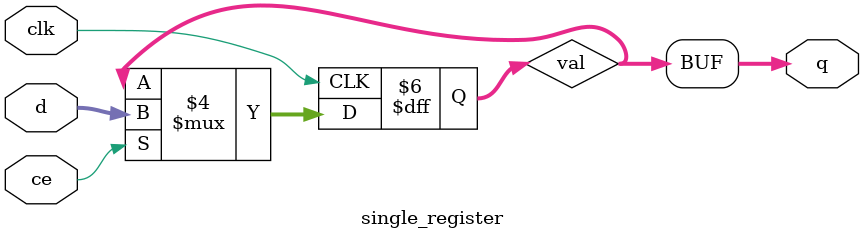
<source format=v>
`timescale 1ns / 1ps

// pojedynczy rejestr przesuwy
module single_register
#(parameter N=5)
(
    input clk,
    input ce,
    input [N-1:0] d,
    output [N-1:0] q
);
    
reg [N-1:0] val = 0; // wpisanie do rejestru wartoci 0

// reakcja na sygna³ od zegara
always @(posedge clk)
begin
    // Jeli zegar jest odblokowany, to przepisujemy wartoæ wejciow¹ d
    if(ce) val <= d;
    // Jeli nie, to przepisujemy poprzedni¹ wartoæ 
    else val <= val;
end

assign q = val; // przepisanie

endmodule

</source>
